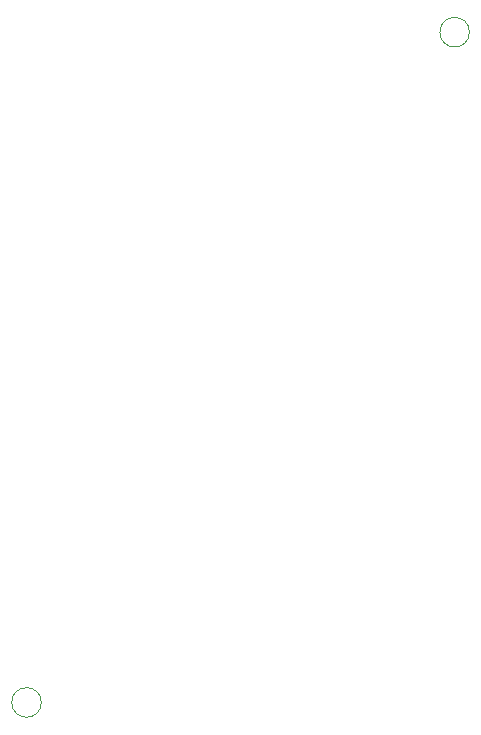
<source format=gbr>
G04 #@! TF.GenerationSoftware,KiCad,Pcbnew,5.1.3-ffb9f22~84~ubuntu18.04.1*
G04 #@! TF.CreationDate,2019-08-08T14:17:25+02:00*
G04 #@! TF.ProjectId,HiveCam,48697665-4361-46d2-9e6b-696361645f70,rev?*
G04 #@! TF.SameCoordinates,Original*
G04 #@! TF.FileFunction,Other,User*
%FSLAX46Y46*%
G04 Gerber Fmt 4.6, Leading zero omitted, Abs format (unit mm)*
G04 Created by KiCad (PCBNEW 5.1.3-ffb9f22~84~ubuntu18.04.1) date 2019-08-08 14:17:25*
%MOMM*%
%LPD*%
G04 APERTURE LIST*
%ADD10C,0.050000*%
G04 APERTURE END LIST*
D10*
X132998000Y-37065000D02*
G75*
G03X132998000Y-37065000I-1250000J0D01*
G01*
X96748000Y-93815000D02*
G75*
G03X96748000Y-93815000I-1250000J0D01*
G01*
M02*

</source>
